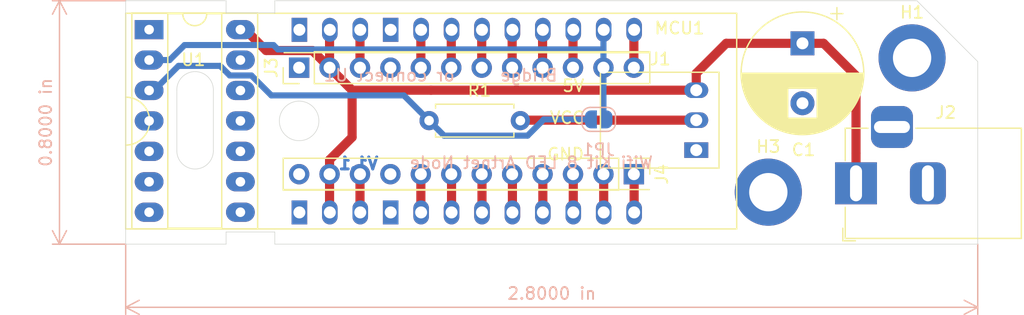
<source format=kicad_pcb>
(kicad_pcb (version 20171130) (host pcbnew "(5.1.4)-1")

  (general
    (thickness 1.6)
    (drawings 23)
    (tracks 88)
    (zones 0)
    (modules 11)
    (nets 26)
  )

  (page A4)
  (layers
    (0 F.Cu signal)
    (31 B.Cu signal)
    (32 B.Adhes user hide)
    (33 F.Adhes user hide)
    (34 B.Paste user hide)
    (35 F.Paste user hide)
    (36 B.SilkS user)
    (37 F.SilkS user)
    (38 B.Mask user)
    (39 F.Mask user)
    (40 Dwgs.User user hide)
    (41 Cmts.User user hide)
    (42 Eco1.User user hide)
    (43 Eco2.User user hide)
    (44 Edge.Cuts user)
    (45 Margin user hide)
    (46 B.CrtYd user)
    (47 F.CrtYd user)
    (48 B.Fab user hide)
    (49 F.Fab user hide)
  )

  (setup
    (last_trace_width 0.762)
    (user_trace_width 0.254)
    (user_trace_width 0.508)
    (user_trace_width 0.762)
    (trace_clearance 0.2)
    (zone_clearance 0.508)
    (zone_45_only no)
    (trace_min 0.2)
    (via_size 0.8)
    (via_drill 0.4)
    (via_min_size 0.4)
    (via_min_drill 0.3)
    (uvia_size 0.3)
    (uvia_drill 0.1)
    (uvias_allowed no)
    (uvia_min_size 0.2)
    (uvia_min_drill 0.1)
    (edge_width 0.05)
    (segment_width 0.2)
    (pcb_text_width 0.3)
    (pcb_text_size 1.5 1.5)
    (mod_edge_width 0.12)
    (mod_text_size 1 1)
    (mod_text_width 0.15)
    (pad_size 1 0.5)
    (pad_drill 0)
    (pad_to_mask_clearance 0.051)
    (solder_mask_min_width 0.25)
    (aux_axis_origin 0 0)
    (visible_elements 7FFFFFFF)
    (pcbplotparams
      (layerselection 0x010fc_ffffffff)
      (usegerberextensions false)
      (usegerberattributes false)
      (usegerberadvancedattributes false)
      (creategerberjobfile false)
      (excludeedgelayer true)
      (linewidth 0.100000)
      (plotframeref false)
      (viasonmask false)
      (mode 1)
      (useauxorigin false)
      (hpglpennumber 1)
      (hpglpenspeed 20)
      (hpglpendiameter 15.000000)
      (psnegative false)
      (psa4output false)
      (plotreference true)
      (plotvalue true)
      (plotinvisibletext false)
      (padsonsilk false)
      (subtractmaskfromsilk false)
      (outputformat 4)
      (mirror false)
      (drillshape 0)
      (scaleselection 1)
      (outputdirectory "../"))
  )

  (net 0 "")
  (net 1 "Net-(J1-Pad2)")
  (net 2 "Net-(JP1-Pad1)")
  (net 3 /2)
  (net 4 /1)
  (net 5 GND)
  (net 6 /9)
  (net 7 /14)
  (net 8 /5)
  (net 9 /25)
  (net 10 /26)
  (net 11 /24)
  (net 12 /18)
  (net 13 /17)
  (net 14 /19)
  (net 15 /20)
  (net 16 /7)
  (net 17 /3)
  (net 18 /16)
  (net 19 /15)
  (net 20 /13)
  (net 21 /12)
  (net 22 /10)
  (net 23 /6)
  (net 24 /8)
  (net 25 /11)

  (net_class Default "This is the default net class."
    (clearance 0.2)
    (trace_width 0.25)
    (via_dia 0.8)
    (via_drill 0.4)
    (uvia_dia 0.3)
    (uvia_drill 0.1)
    (add_net /1)
    (add_net /10)
    (add_net /11)
    (add_net /12)
    (add_net /13)
    (add_net /14)
    (add_net /15)
    (add_net /16)
    (add_net /17)
    (add_net /18)
    (add_net /19)
    (add_net /2)
    (add_net /20)
    (add_net /24)
    (add_net /25)
    (add_net /26)
    (add_net /3)
    (add_net /5)
    (add_net /6)
    (add_net /7)
    (add_net /8)
    (add_net /9)
    (add_net GND)
    (add_net "Net-(J1-Pad2)")
    (add_net "Net-(JP1-Pad1)")
  )

  (module Connector_PinHeader_2.54mm:PinHeader_1x12_P2.54mm_Vertical (layer F.Cu) (tedit 59FED5CC) (tstamp 5DD56D2C)
    (at 202.438 74.168 270)
    (descr "Through hole straight pin header, 1x12, 2.54mm pitch, single row")
    (tags "Through hole pin header THT 1x12 2.54mm single row")
    (path /5DD57026)
    (fp_text reference J4 (at 0 -2.33 90) (layer F.SilkS)
      (effects (font (size 1 1) (thickness 0.15)))
    )
    (fp_text value Conn_01x12 (at 0 30.27 90) (layer F.Fab)
      (effects (font (size 1 1) (thickness 0.15)))
    )
    (fp_text user %R (at 0 13.97) (layer F.Fab)
      (effects (font (size 1 1) (thickness 0.15)))
    )
    (fp_line (start 1.8 -1.8) (end -1.8 -1.8) (layer F.CrtYd) (width 0.05))
    (fp_line (start 1.8 29.75) (end 1.8 -1.8) (layer F.CrtYd) (width 0.05))
    (fp_line (start -1.8 29.75) (end 1.8 29.75) (layer F.CrtYd) (width 0.05))
    (fp_line (start -1.8 -1.8) (end -1.8 29.75) (layer F.CrtYd) (width 0.05))
    (fp_line (start -1.33 -1.33) (end 0 -1.33) (layer F.SilkS) (width 0.12))
    (fp_line (start -1.33 0) (end -1.33 -1.33) (layer F.SilkS) (width 0.12))
    (fp_line (start -1.33 1.27) (end 1.33 1.27) (layer F.SilkS) (width 0.12))
    (fp_line (start 1.33 1.27) (end 1.33 29.27) (layer F.SilkS) (width 0.12))
    (fp_line (start -1.33 1.27) (end -1.33 29.27) (layer F.SilkS) (width 0.12))
    (fp_line (start -1.33 29.27) (end 1.33 29.27) (layer F.SilkS) (width 0.12))
    (fp_line (start -1.27 -0.635) (end -0.635 -1.27) (layer F.Fab) (width 0.1))
    (fp_line (start -1.27 29.21) (end -1.27 -0.635) (layer F.Fab) (width 0.1))
    (fp_line (start 1.27 29.21) (end -1.27 29.21) (layer F.Fab) (width 0.1))
    (fp_line (start 1.27 -1.27) (end 1.27 29.21) (layer F.Fab) (width 0.1))
    (fp_line (start -0.635 -1.27) (end 1.27 -1.27) (layer F.Fab) (width 0.1))
    (pad 12 thru_hole oval (at 0 27.94 270) (size 1.7 1.7) (drill 1) (layers *.Cu *.Mask)
      (net 4 /1))
    (pad 11 thru_hole oval (at 0 25.4 270) (size 1.7 1.7) (drill 1) (layers *.Cu *.Mask)
      (net 3 /2))
    (pad 10 thru_hole oval (at 0 22.86 270) (size 1.7 1.7) (drill 1) (layers *.Cu *.Mask)
      (net 17 /3))
    (pad 9 thru_hole oval (at 0 20.32 270) (size 1.7 1.7) (drill 1) (layers *.Cu *.Mask)
      (net 5 GND))
    (pad 8 thru_hole oval (at 0 17.78 270) (size 1.7 1.7) (drill 1) (layers *.Cu *.Mask)
      (net 18 /16))
    (pad 7 thru_hole oval (at 0 15.24 270) (size 1.7 1.7) (drill 1) (layers *.Cu *.Mask)
      (net 19 /15))
    (pad 6 thru_hole oval (at 0 12.7 270) (size 1.7 1.7) (drill 1) (layers *.Cu *.Mask)
      (net 20 /13))
    (pad 5 thru_hole oval (at 0 10.16 270) (size 1.7 1.7) (drill 1) (layers *.Cu *.Mask)
      (net 21 /12))
    (pad 4 thru_hole oval (at 0 7.62 270) (size 1.7 1.7) (drill 1) (layers *.Cu *.Mask)
      (net 22 /10))
    (pad 3 thru_hole oval (at 0 5.08 270) (size 1.7 1.7) (drill 1) (layers *.Cu *.Mask)
      (net 23 /6))
    (pad 2 thru_hole oval (at 0 2.54 270) (size 1.7 1.7) (drill 1) (layers *.Cu *.Mask)
      (net 24 /8))
    (pad 1 thru_hole rect (at 0 0 270) (size 1.7 1.7) (drill 1) (layers *.Cu *.Mask)
      (net 25 /11))
    (model ${KISYS3DMOD}/Connector_PinHeader_2.54mm.3dshapes/PinHeader_1x12_P2.54mm_Vertical.wrl
      (at (xyz 0 0 0))
      (scale (xyz 1 1 1))
      (rotate (xyz 0 0 0))
    )
  )

  (module Connector_PinHeader_2.54mm:PinHeader_1x12_P2.54mm_Vertical (layer F.Cu) (tedit 59FED5CC) (tstamp 5DD56D0C)
    (at 174.498 65.278 90)
    (descr "Through hole straight pin header, 1x12, 2.54mm pitch, single row")
    (tags "Through hole pin header THT 1x12 2.54mm single row")
    (path /5DD5AB62)
    (fp_text reference J3 (at 0 -2.33 90) (layer F.SilkS)
      (effects (font (size 1 1) (thickness 0.15)))
    )
    (fp_text value Conn_01x12 (at 0 30.27 90) (layer F.Fab)
      (effects (font (size 1 1) (thickness 0.15)))
    )
    (fp_text user %R (at 0 13.97) (layer F.Fab)
      (effects (font (size 1 1) (thickness 0.15)))
    )
    (fp_line (start 1.8 -1.8) (end -1.8 -1.8) (layer F.CrtYd) (width 0.05))
    (fp_line (start 1.8 29.75) (end 1.8 -1.8) (layer F.CrtYd) (width 0.05))
    (fp_line (start -1.8 29.75) (end 1.8 29.75) (layer F.CrtYd) (width 0.05))
    (fp_line (start -1.8 -1.8) (end -1.8 29.75) (layer F.CrtYd) (width 0.05))
    (fp_line (start -1.33 -1.33) (end 0 -1.33) (layer F.SilkS) (width 0.12))
    (fp_line (start -1.33 0) (end -1.33 -1.33) (layer F.SilkS) (width 0.12))
    (fp_line (start -1.33 1.27) (end 1.33 1.27) (layer F.SilkS) (width 0.12))
    (fp_line (start 1.33 1.27) (end 1.33 29.27) (layer F.SilkS) (width 0.12))
    (fp_line (start -1.33 1.27) (end -1.33 29.27) (layer F.SilkS) (width 0.12))
    (fp_line (start -1.33 29.27) (end 1.33 29.27) (layer F.SilkS) (width 0.12))
    (fp_line (start -1.27 -0.635) (end -0.635 -1.27) (layer F.Fab) (width 0.1))
    (fp_line (start -1.27 29.21) (end -1.27 -0.635) (layer F.Fab) (width 0.1))
    (fp_line (start 1.27 29.21) (end -1.27 29.21) (layer F.Fab) (width 0.1))
    (fp_line (start 1.27 -1.27) (end 1.27 29.21) (layer F.Fab) (width 0.1))
    (fp_line (start -0.635 -1.27) (end 1.27 -1.27) (layer F.Fab) (width 0.1))
    (pad 12 thru_hole oval (at 0 27.94 90) (size 1.7 1.7) (drill 1) (layers *.Cu *.Mask)
      (net 6 /9))
    (pad 11 thru_hole oval (at 0 25.4 90) (size 1.7 1.7) (drill 1) (layers *.Cu *.Mask)
      (net 7 /14))
    (pad 10 thru_hole oval (at 0 22.86 90) (size 1.7 1.7) (drill 1) (layers *.Cu *.Mask)
      (net 8 /5))
    (pad 9 thru_hole oval (at 0 20.32 90) (size 1.7 1.7) (drill 1) (layers *.Cu *.Mask)
      (net 9 /25))
    (pad 8 thru_hole oval (at 0 17.78 90) (size 1.7 1.7) (drill 1) (layers *.Cu *.Mask)
      (net 10 /26))
    (pad 7 thru_hole oval (at 0 15.24 90) (size 1.7 1.7) (drill 1) (layers *.Cu *.Mask)
      (net 11 /24))
    (pad 6 thru_hole oval (at 0 12.7 90) (size 1.7 1.7) (drill 1) (layers *.Cu *.Mask)
      (net 12 /18))
    (pad 5 thru_hole oval (at 0 10.16 90) (size 1.7 1.7) (drill 1) (layers *.Cu *.Mask)
      (net 13 /17))
    (pad 4 thru_hole oval (at 0 7.62 90) (size 1.7 1.7) (drill 1) (layers *.Cu *.Mask)
      (net 14 /19))
    (pad 3 thru_hole oval (at 0 5.08 90) (size 1.7 1.7) (drill 1) (layers *.Cu *.Mask)
      (net 15 /20))
    (pad 2 thru_hole oval (at 0 2.54 90) (size 1.7 1.7) (drill 1) (layers *.Cu *.Mask)
      (net 3 /2))
    (pad 1 thru_hole rect (at 0 0 90) (size 1.7 1.7) (drill 1) (layers *.Cu *.Mask)
      (net 16 /7))
    (model ${KISYS3DMOD}/Connector_PinHeader_2.54mm.3dshapes/PinHeader_1x12_P2.54mm_Vertical.wrl
      (at (xyz 0 0 0))
      (scale (xyz 1 1 1))
      (rotate (xyz 0 0 0))
    )
  )

  (module MountingHole:MountingHole_3.2mm_M3_DIN965_Pad (layer F.Cu) (tedit 56D1B4CB) (tstamp 5DD56C86)
    (at 213.66 75.67)
    (descr "Mounting Hole 3.2mm, M3, DIN965")
    (tags "mounting hole 3.2mm m3 din965")
    (path /5DD6A9C8)
    (attr virtual)
    (fp_text reference H3 (at 0 -3.8) (layer F.SilkS)
      (effects (font (size 1 1) (thickness 0.15)))
    )
    (fp_text value MountingHole_Pad (at 0 3.8) (layer F.Fab)
      (effects (font (size 1 1) (thickness 0.15)))
    )
    (fp_circle (center 0 0) (end 3.05 0) (layer F.CrtYd) (width 0.05))
    (fp_circle (center 0 0) (end 2.8 0) (layer Cmts.User) (width 0.15))
    (fp_text user %R (at 0.3 0) (layer F.Fab)
      (effects (font (size 1 1) (thickness 0.15)))
    )
    (pad 1 thru_hole circle (at 0 0) (size 5.6 5.6) (drill 3.2) (layers *.Cu *.Mask)
      (net 5 GND))
  )

  (module MountingHole:MountingHole_3.2mm_M3_DIN965_Pad (layer F.Cu) (tedit 56D1B4CB) (tstamp 5DD56C76)
    (at 225.66 64.46)
    (descr "Mounting Hole 3.2mm, M3, DIN965")
    (tags "mounting hole 3.2mm m3 din965")
    (path /5DD67206)
    (attr virtual)
    (fp_text reference H1 (at 0 -3.8) (layer F.SilkS)
      (effects (font (size 1 1) (thickness 0.15)))
    )
    (fp_text value MountingHole_Pad (at 0 3.8) (layer F.Fab)
      (effects (font (size 1 1) (thickness 0.15)))
    )
    (fp_circle (center 0 0) (end 3.05 0) (layer F.CrtYd) (width 0.05))
    (fp_circle (center 0 0) (end 2.8 0) (layer Cmts.User) (width 0.15))
    (fp_text user %R (at 0.3 0) (layer F.Fab)
      (effects (font (size 1 1) (thickness 0.15)))
    )
    (pad 1 thru_hole circle (at 0 0) (size 5.6 5.6) (drill 3.2) (layers *.Cu *.Mask)
      (net 5 GND))
  )

  (module Connector_BarrelJack:BarrelJack_Horizontal (layer F.Cu) (tedit 5A1DBF6A) (tstamp 5DC62504)
    (at 220.98 74.93 180)
    (descr "DC Barrel Jack")
    (tags "Power Jack")
    (path /5DC740E6)
    (fp_text reference J2 (at -7.493 5.9055) (layer F.SilkS)
      (effects (font (size 1 1) (thickness 0.15)))
    )
    (fp_text value Barrel_Jack_Switch (at -6.2 -5.5) (layer F.Fab)
      (effects (font (size 1 1) (thickness 0.15)))
    )
    (fp_text user %R (at -3 -2.95) (layer F.Fab)
      (effects (font (size 1 1) (thickness 0.15)))
    )
    (fp_line (start -0.003213 -4.505425) (end 0.8 -3.75) (layer F.Fab) (width 0.1))
    (fp_line (start 1.1 -3.75) (end 1.1 -4.8) (layer F.SilkS) (width 0.12))
    (fp_line (start 0.05 -4.8) (end 1.1 -4.8) (layer F.SilkS) (width 0.12))
    (fp_line (start 1 -4.5) (end 1 -4.75) (layer F.CrtYd) (width 0.05))
    (fp_line (start 1 -4.75) (end -14 -4.75) (layer F.CrtYd) (width 0.05))
    (fp_line (start 1 -4.5) (end 1 -2) (layer F.CrtYd) (width 0.05))
    (fp_line (start 1 -2) (end 2 -2) (layer F.CrtYd) (width 0.05))
    (fp_line (start 2 -2) (end 2 2) (layer F.CrtYd) (width 0.05))
    (fp_line (start 2 2) (end 1 2) (layer F.CrtYd) (width 0.05))
    (fp_line (start 1 2) (end 1 4.75) (layer F.CrtYd) (width 0.05))
    (fp_line (start 1 4.75) (end -1 4.75) (layer F.CrtYd) (width 0.05))
    (fp_line (start -1 4.75) (end -1 6.75) (layer F.CrtYd) (width 0.05))
    (fp_line (start -1 6.75) (end -5 6.75) (layer F.CrtYd) (width 0.05))
    (fp_line (start -5 6.75) (end -5 4.75) (layer F.CrtYd) (width 0.05))
    (fp_line (start -5 4.75) (end -14 4.75) (layer F.CrtYd) (width 0.05))
    (fp_line (start -14 4.75) (end -14 -4.75) (layer F.CrtYd) (width 0.05))
    (fp_line (start -5 4.6) (end -13.8 4.6) (layer F.SilkS) (width 0.12))
    (fp_line (start -13.8 4.6) (end -13.8 -4.6) (layer F.SilkS) (width 0.12))
    (fp_line (start 0.9 1.9) (end 0.9 4.6) (layer F.SilkS) (width 0.12))
    (fp_line (start 0.9 4.6) (end -1 4.6) (layer F.SilkS) (width 0.12))
    (fp_line (start -13.8 -4.6) (end 0.9 -4.6) (layer F.SilkS) (width 0.12))
    (fp_line (start 0.9 -4.6) (end 0.9 -2) (layer F.SilkS) (width 0.12))
    (fp_line (start -10.2 -4.5) (end -10.2 4.5) (layer F.Fab) (width 0.1))
    (fp_line (start -13.7 -4.5) (end -13.7 4.5) (layer F.Fab) (width 0.1))
    (fp_line (start -13.7 4.5) (end 0.8 4.5) (layer F.Fab) (width 0.1))
    (fp_line (start 0.8 4.5) (end 0.8 -3.75) (layer F.Fab) (width 0.1))
    (fp_line (start 0 -4.5) (end -13.7 -4.5) (layer F.Fab) (width 0.1))
    (pad 1 thru_hole rect (at 0 0 180) (size 3.5 3.5) (drill oval 1 3) (layers *.Cu *.Mask)
      (net 3 /2))
    (pad 2 thru_hole roundrect (at -6 0 180) (size 3 3.5) (drill oval 1 3) (layers *.Cu *.Mask) (roundrect_rratio 0.25)
      (net 4 /1))
    (pad 3 thru_hole roundrect (at -3 4.7 180) (size 3.5 3.5) (drill oval 3 1) (layers *.Cu *.Mask) (roundrect_rratio 0.25)
      (net 4 /1))
    (model ${KISYS3DMOD}/Connector_BarrelJack.3dshapes/BarrelJack_Horizontal.wrl
      (at (xyz 0 0 0))
      (scale (xyz 1 1 1))
      (rotate (xyz 0 0 0))
    )
  )

  (module ArtNetNode:Heltec_Wifi_Kit_8 (layer F.Cu) (tedit 5DC577AA) (tstamp 5DD58FED)
    (at 160.02 78.74)
    (path /5DC4EA0E)
    (fp_text reference MCU1 (at 46.228 -16.764) (layer F.SilkS)
      (effects (font (size 1 1) (thickness 0.15)))
    )
    (fp_text value WiFi_Kit_8 (at 29.21 -19.05) (layer F.Fab)
      (effects (font (size 1 1) (thickness 0.15)))
    )
    (fp_line (start 43.71 -14.715) (end 13.23 -14.715) (layer F.SilkS) (width 0.12))
    (fp_line (start 13.23 -3.285) (end 43.71 -3.285) (layer F.SilkS) (width 0.12))
    (fp_line (start 0 0) (end 51 0) (layer F.SilkS) (width 0.12))
    (fp_line (start 0 0) (end 0 -18) (layer F.SilkS) (width 0.12))
    (fp_line (start 0 -18) (end 51 -18) (layer F.SilkS) (width 0.12))
    (fp_line (start 51 0) (end 51 -18) (layer F.SilkS) (width 0.12))
    (fp_arc (start 0 -9) (end 0 -7) (angle -180) (layer F.SilkS) (width 0.12))
    (pad 26 thru_hole oval (at 32.28 -16.62) (size 1.3 2) (drill 1) (layers *.Cu *.Mask)
      (net 10 /26))
    (pad 25 thru_hole oval (at 34.82 -16.62) (size 1.3 2) (drill 1) (layers *.Cu *.Mask)
      (net 9 /25))
    (pad 24 thru_hole oval (at 29.74 -16.62) (size 1.3 2) (drill 1) (layers *.Cu *.Mask)
      (net 11 /24))
    (pad 21 thru_hole oval (at 17.04 -16.62) (size 1.3 2) (drill 1) (layers *.Cu *.Mask)
      (net 3 /2))
    (pad 20 thru_hole oval (at 19.58 -16.62) (size 1.3 2) (drill 1) (layers *.Cu *.Mask)
      (net 15 /20))
    (pad 19 thru_hole rect (at 22.12 -16.62) (size 1.3 2) (drill 1) (layers *.Cu *.Mask)
      (net 14 /19))
    (pad 18 thru_hole oval (at 27.2 -16.62) (size 1.3 2) (drill 1) (layers *.Cu *.Mask)
      (net 12 /18))
    (pad 17 thru_hole oval (at 24.66 -16.62) (size 1.3 2) (drill 1) (layers *.Cu *.Mask)
      (net 13 /17))
    (pad 16 thru_hole oval (at 24.66 -1.38) (size 1.3 2) (drill 1) (layers *.Cu *.Mask)
      (net 18 /16))
    (pad 15 thru_hole oval (at 27.2 -1.38) (size 1.3 2) (drill 1) (layers *.Cu *.Mask)
      (net 19 /15))
    (pad 14 thru_hole oval (at 39.9 -16.62) (size 1.3 2) (drill 1) (layers *.Cu *.Mask)
      (net 7 /14))
    (pad 13 thru_hole oval (at 29.74 -1.38) (size 1.3 2) (drill 1) (layers *.Cu *.Mask)
      (net 20 /13))
    (pad 12 thru_hole oval (at 32.28 -1.38) (size 1.3 2) (drill 1) (layers *.Cu *.Mask)
      (net 21 /12))
    (pad 11 thru_hole oval (at 42.44 -1.38) (size 1.3 2) (drill 1) (layers *.Cu *.Mask)
      (net 25 /11))
    (pad 10 thru_hole oval (at 34.82 -1.38) (size 1.3 2) (drill 1) (layers *.Cu *.Mask)
      (net 22 /10))
    (pad 9 thru_hole oval (at 42.44 -16.62) (size 1.3 2) (drill 1) (layers *.Cu *.Mask)
      (net 6 /9))
    (pad 8 thru_hole oval (at 39.9 -1.38) (size 1.3 2) (drill 1) (layers *.Cu *.Mask)
      (net 24 /8))
    (pad 7 thru_hole rect (at 14.5 -16.62) (size 1.3 2) (drill 1) (layers *.Cu *.Mask)
      (net 16 /7))
    (pad 6 thru_hole oval (at 37.36 -1.38) (size 1.3 2) (drill 1) (layers *.Cu *.Mask)
      (net 23 /6))
    (pad 5 thru_hole oval (at 37.36 -16.62) (size 1.3 2) (drill 1) (layers *.Cu *.Mask)
      (net 8 /5))
    (pad 4 thru_hole rect (at 22.12 -1.38) (size 1.3 2) (drill 1) (layers *.Cu *.Mask)
      (net 5 GND))
    (pad 3 thru_hole oval (at 19.58 -1.38) (size 1.3 2) (drill 1) (layers *.Cu *.Mask)
      (net 17 /3))
    (pad 2 thru_hole oval (at 17.04 -1.38) (size 1.3 2) (drill 1) (layers *.Cu *.Mask)
      (net 3 /2))
    (pad 1 thru_hole rect (at 14.5 -1.38) (size 1.3 2) (drill 1) (layers *.Cu *.Mask)
      (net 4 /1))
  )

  (module Capacitor_THT:CP_Radial_D10.0mm_P5.00mm (layer F.Cu) (tedit 5AE50EF1) (tstamp 5DC5E4CD)
    (at 216.5096 63.246 270)
    (descr "CP, Radial series, Radial, pin pitch=5.00mm, , diameter=10mm, Electrolytic Capacitor")
    (tags "CP Radial series Radial pin pitch 5.00mm  diameter 10mm Electrolytic Capacitor")
    (path /5DC690AB)
    (fp_text reference C1 (at 8.89 -0.0889 180) (layer F.SilkS)
      (effects (font (size 1 1) (thickness 0.15)))
    )
    (fp_text value CP (at 2.5 6.25 90) (layer F.Fab)
      (effects (font (size 1 1) (thickness 0.15)))
    )
    (fp_circle (center 2.5 0) (end 7.5 0) (layer F.Fab) (width 0.1))
    (fp_circle (center 2.5 0) (end 7.62 0) (layer F.SilkS) (width 0.12))
    (fp_circle (center 2.5 0) (end 7.75 0) (layer F.CrtYd) (width 0.05))
    (fp_line (start -1.788861 -2.1875) (end -0.788861 -2.1875) (layer F.Fab) (width 0.1))
    (fp_line (start -1.288861 -2.6875) (end -1.288861 -1.6875) (layer F.Fab) (width 0.1))
    (fp_line (start 2.5 -5.08) (end 2.5 5.08) (layer F.SilkS) (width 0.12))
    (fp_line (start 2.54 -5.08) (end 2.54 5.08) (layer F.SilkS) (width 0.12))
    (fp_line (start 2.58 -5.08) (end 2.58 5.08) (layer F.SilkS) (width 0.12))
    (fp_line (start 2.62 -5.079) (end 2.62 5.079) (layer F.SilkS) (width 0.12))
    (fp_line (start 2.66 -5.078) (end 2.66 5.078) (layer F.SilkS) (width 0.12))
    (fp_line (start 2.7 -5.077) (end 2.7 5.077) (layer F.SilkS) (width 0.12))
    (fp_line (start 2.74 -5.075) (end 2.74 5.075) (layer F.SilkS) (width 0.12))
    (fp_line (start 2.78 -5.073) (end 2.78 5.073) (layer F.SilkS) (width 0.12))
    (fp_line (start 2.82 -5.07) (end 2.82 5.07) (layer F.SilkS) (width 0.12))
    (fp_line (start 2.86 -5.068) (end 2.86 5.068) (layer F.SilkS) (width 0.12))
    (fp_line (start 2.9 -5.065) (end 2.9 5.065) (layer F.SilkS) (width 0.12))
    (fp_line (start 2.94 -5.062) (end 2.94 5.062) (layer F.SilkS) (width 0.12))
    (fp_line (start 2.98 -5.058) (end 2.98 5.058) (layer F.SilkS) (width 0.12))
    (fp_line (start 3.02 -5.054) (end 3.02 5.054) (layer F.SilkS) (width 0.12))
    (fp_line (start 3.06 -5.05) (end 3.06 5.05) (layer F.SilkS) (width 0.12))
    (fp_line (start 3.1 -5.045) (end 3.1 5.045) (layer F.SilkS) (width 0.12))
    (fp_line (start 3.14 -5.04) (end 3.14 5.04) (layer F.SilkS) (width 0.12))
    (fp_line (start 3.18 -5.035) (end 3.18 5.035) (layer F.SilkS) (width 0.12))
    (fp_line (start 3.221 -5.03) (end 3.221 5.03) (layer F.SilkS) (width 0.12))
    (fp_line (start 3.261 -5.024) (end 3.261 5.024) (layer F.SilkS) (width 0.12))
    (fp_line (start 3.301 -5.018) (end 3.301 5.018) (layer F.SilkS) (width 0.12))
    (fp_line (start 3.341 -5.011) (end 3.341 5.011) (layer F.SilkS) (width 0.12))
    (fp_line (start 3.381 -5.004) (end 3.381 5.004) (layer F.SilkS) (width 0.12))
    (fp_line (start 3.421 -4.997) (end 3.421 4.997) (layer F.SilkS) (width 0.12))
    (fp_line (start 3.461 -4.99) (end 3.461 4.99) (layer F.SilkS) (width 0.12))
    (fp_line (start 3.501 -4.982) (end 3.501 4.982) (layer F.SilkS) (width 0.12))
    (fp_line (start 3.541 -4.974) (end 3.541 4.974) (layer F.SilkS) (width 0.12))
    (fp_line (start 3.581 -4.965) (end 3.581 4.965) (layer F.SilkS) (width 0.12))
    (fp_line (start 3.621 -4.956) (end 3.621 4.956) (layer F.SilkS) (width 0.12))
    (fp_line (start 3.661 -4.947) (end 3.661 4.947) (layer F.SilkS) (width 0.12))
    (fp_line (start 3.701 -4.938) (end 3.701 4.938) (layer F.SilkS) (width 0.12))
    (fp_line (start 3.741 -4.928) (end 3.741 4.928) (layer F.SilkS) (width 0.12))
    (fp_line (start 3.781 -4.918) (end 3.781 -1.241) (layer F.SilkS) (width 0.12))
    (fp_line (start 3.781 1.241) (end 3.781 4.918) (layer F.SilkS) (width 0.12))
    (fp_line (start 3.821 -4.907) (end 3.821 -1.241) (layer F.SilkS) (width 0.12))
    (fp_line (start 3.821 1.241) (end 3.821 4.907) (layer F.SilkS) (width 0.12))
    (fp_line (start 3.861 -4.897) (end 3.861 -1.241) (layer F.SilkS) (width 0.12))
    (fp_line (start 3.861 1.241) (end 3.861 4.897) (layer F.SilkS) (width 0.12))
    (fp_line (start 3.901 -4.885) (end 3.901 -1.241) (layer F.SilkS) (width 0.12))
    (fp_line (start 3.901 1.241) (end 3.901 4.885) (layer F.SilkS) (width 0.12))
    (fp_line (start 3.941 -4.874) (end 3.941 -1.241) (layer F.SilkS) (width 0.12))
    (fp_line (start 3.941 1.241) (end 3.941 4.874) (layer F.SilkS) (width 0.12))
    (fp_line (start 3.981 -4.862) (end 3.981 -1.241) (layer F.SilkS) (width 0.12))
    (fp_line (start 3.981 1.241) (end 3.981 4.862) (layer F.SilkS) (width 0.12))
    (fp_line (start 4.021 -4.85) (end 4.021 -1.241) (layer F.SilkS) (width 0.12))
    (fp_line (start 4.021 1.241) (end 4.021 4.85) (layer F.SilkS) (width 0.12))
    (fp_line (start 4.061 -4.837) (end 4.061 -1.241) (layer F.SilkS) (width 0.12))
    (fp_line (start 4.061 1.241) (end 4.061 4.837) (layer F.SilkS) (width 0.12))
    (fp_line (start 4.101 -4.824) (end 4.101 -1.241) (layer F.SilkS) (width 0.12))
    (fp_line (start 4.101 1.241) (end 4.101 4.824) (layer F.SilkS) (width 0.12))
    (fp_line (start 4.141 -4.811) (end 4.141 -1.241) (layer F.SilkS) (width 0.12))
    (fp_line (start 4.141 1.241) (end 4.141 4.811) (layer F.SilkS) (width 0.12))
    (fp_line (start 4.181 -4.797) (end 4.181 -1.241) (layer F.SilkS) (width 0.12))
    (fp_line (start 4.181 1.241) (end 4.181 4.797) (layer F.SilkS) (width 0.12))
    (fp_line (start 4.221 -4.783) (end 4.221 -1.241) (layer F.SilkS) (width 0.12))
    (fp_line (start 4.221 1.241) (end 4.221 4.783) (layer F.SilkS) (width 0.12))
    (fp_line (start 4.261 -4.768) (end 4.261 -1.241) (layer F.SilkS) (width 0.12))
    (fp_line (start 4.261 1.241) (end 4.261 4.768) (layer F.SilkS) (width 0.12))
    (fp_line (start 4.301 -4.754) (end 4.301 -1.241) (layer F.SilkS) (width 0.12))
    (fp_line (start 4.301 1.241) (end 4.301 4.754) (layer F.SilkS) (width 0.12))
    (fp_line (start 4.341 -4.738) (end 4.341 -1.241) (layer F.SilkS) (width 0.12))
    (fp_line (start 4.341 1.241) (end 4.341 4.738) (layer F.SilkS) (width 0.12))
    (fp_line (start 4.381 -4.723) (end 4.381 -1.241) (layer F.SilkS) (width 0.12))
    (fp_line (start 4.381 1.241) (end 4.381 4.723) (layer F.SilkS) (width 0.12))
    (fp_line (start 4.421 -4.707) (end 4.421 -1.241) (layer F.SilkS) (width 0.12))
    (fp_line (start 4.421 1.241) (end 4.421 4.707) (layer F.SilkS) (width 0.12))
    (fp_line (start 4.461 -4.69) (end 4.461 -1.241) (layer F.SilkS) (width 0.12))
    (fp_line (start 4.461 1.241) (end 4.461 4.69) (layer F.SilkS) (width 0.12))
    (fp_line (start 4.501 -4.674) (end 4.501 -1.241) (layer F.SilkS) (width 0.12))
    (fp_line (start 4.501 1.241) (end 4.501 4.674) (layer F.SilkS) (width 0.12))
    (fp_line (start 4.541 -4.657) (end 4.541 -1.241) (layer F.SilkS) (width 0.12))
    (fp_line (start 4.541 1.241) (end 4.541 4.657) (layer F.SilkS) (width 0.12))
    (fp_line (start 4.581 -4.639) (end 4.581 -1.241) (layer F.SilkS) (width 0.12))
    (fp_line (start 4.581 1.241) (end 4.581 4.639) (layer F.SilkS) (width 0.12))
    (fp_line (start 4.621 -4.621) (end 4.621 -1.241) (layer F.SilkS) (width 0.12))
    (fp_line (start 4.621 1.241) (end 4.621 4.621) (layer F.SilkS) (width 0.12))
    (fp_line (start 4.661 -4.603) (end 4.661 -1.241) (layer F.SilkS) (width 0.12))
    (fp_line (start 4.661 1.241) (end 4.661 4.603) (layer F.SilkS) (width 0.12))
    (fp_line (start 4.701 -4.584) (end 4.701 -1.241) (layer F.SilkS) (width 0.12))
    (fp_line (start 4.701 1.241) (end 4.701 4.584) (layer F.SilkS) (width 0.12))
    (fp_line (start 4.741 -4.564) (end 4.741 -1.241) (layer F.SilkS) (width 0.12))
    (fp_line (start 4.741 1.241) (end 4.741 4.564) (layer F.SilkS) (width 0.12))
    (fp_line (start 4.781 -4.545) (end 4.781 -1.241) (layer F.SilkS) (width 0.12))
    (fp_line (start 4.781 1.241) (end 4.781 4.545) (layer F.SilkS) (width 0.12))
    (fp_line (start 4.821 -4.525) (end 4.821 -1.241) (layer F.SilkS) (width 0.12))
    (fp_line (start 4.821 1.241) (end 4.821 4.525) (layer F.SilkS) (width 0.12))
    (fp_line (start 4.861 -4.504) (end 4.861 -1.241) (layer F.SilkS) (width 0.12))
    (fp_line (start 4.861 1.241) (end 4.861 4.504) (layer F.SilkS) (width 0.12))
    (fp_line (start 4.901 -4.483) (end 4.901 -1.241) (layer F.SilkS) (width 0.12))
    (fp_line (start 4.901 1.241) (end 4.901 4.483) (layer F.SilkS) (width 0.12))
    (fp_line (start 4.941 -4.462) (end 4.941 -1.241) (layer F.SilkS) (width 0.12))
    (fp_line (start 4.941 1.241) (end 4.941 4.462) (layer F.SilkS) (width 0.12))
    (fp_line (start 4.981 -4.44) (end 4.981 -1.241) (layer F.SilkS) (width 0.12))
    (fp_line (start 4.981 1.241) (end 4.981 4.44) (layer F.SilkS) (width 0.12))
    (fp_line (start 5.021 -4.417) (end 5.021 -1.241) (layer F.SilkS) (width 0.12))
    (fp_line (start 5.021 1.241) (end 5.021 4.417) (layer F.SilkS) (width 0.12))
    (fp_line (start 5.061 -4.395) (end 5.061 -1.241) (layer F.SilkS) (width 0.12))
    (fp_line (start 5.061 1.241) (end 5.061 4.395) (layer F.SilkS) (width 0.12))
    (fp_line (start 5.101 -4.371) (end 5.101 -1.241) (layer F.SilkS) (width 0.12))
    (fp_line (start 5.101 1.241) (end 5.101 4.371) (layer F.SilkS) (width 0.12))
    (fp_line (start 5.141 -4.347) (end 5.141 -1.241) (layer F.SilkS) (width 0.12))
    (fp_line (start 5.141 1.241) (end 5.141 4.347) (layer F.SilkS) (width 0.12))
    (fp_line (start 5.181 -4.323) (end 5.181 -1.241) (layer F.SilkS) (width 0.12))
    (fp_line (start 5.181 1.241) (end 5.181 4.323) (layer F.SilkS) (width 0.12))
    (fp_line (start 5.221 -4.298) (end 5.221 -1.241) (layer F.SilkS) (width 0.12))
    (fp_line (start 5.221 1.241) (end 5.221 4.298) (layer F.SilkS) (width 0.12))
    (fp_line (start 5.261 -4.273) (end 5.261 -1.241) (layer F.SilkS) (width 0.12))
    (fp_line (start 5.261 1.241) (end 5.261 4.273) (layer F.SilkS) (width 0.12))
    (fp_line (start 5.301 -4.247) (end 5.301 -1.241) (layer F.SilkS) (width 0.12))
    (fp_line (start 5.301 1.241) (end 5.301 4.247) (layer F.SilkS) (width 0.12))
    (fp_line (start 5.341 -4.221) (end 5.341 -1.241) (layer F.SilkS) (width 0.12))
    (fp_line (start 5.341 1.241) (end 5.341 4.221) (layer F.SilkS) (width 0.12))
    (fp_line (start 5.381 -4.194) (end 5.381 -1.241) (layer F.SilkS) (width 0.12))
    (fp_line (start 5.381 1.241) (end 5.381 4.194) (layer F.SilkS) (width 0.12))
    (fp_line (start 5.421 -4.166) (end 5.421 -1.241) (layer F.SilkS) (width 0.12))
    (fp_line (start 5.421 1.241) (end 5.421 4.166) (layer F.SilkS) (width 0.12))
    (fp_line (start 5.461 -4.138) (end 5.461 -1.241) (layer F.SilkS) (width 0.12))
    (fp_line (start 5.461 1.241) (end 5.461 4.138) (layer F.SilkS) (width 0.12))
    (fp_line (start 5.501 -4.11) (end 5.501 -1.241) (layer F.SilkS) (width 0.12))
    (fp_line (start 5.501 1.241) (end 5.501 4.11) (layer F.SilkS) (width 0.12))
    (fp_line (start 5.541 -4.08) (end 5.541 -1.241) (layer F.SilkS) (width 0.12))
    (fp_line (start 5.541 1.241) (end 5.541 4.08) (layer F.SilkS) (width 0.12))
    (fp_line (start 5.581 -4.05) (end 5.581 -1.241) (layer F.SilkS) (width 0.12))
    (fp_line (start 5.581 1.241) (end 5.581 4.05) (layer F.SilkS) (width 0.12))
    (fp_line (start 5.621 -4.02) (end 5.621 -1.241) (layer F.SilkS) (width 0.12))
    (fp_line (start 5.621 1.241) (end 5.621 4.02) (layer F.SilkS) (width 0.12))
    (fp_line (start 5.661 -3.989) (end 5.661 -1.241) (layer F.SilkS) (width 0.12))
    (fp_line (start 5.661 1.241) (end 5.661 3.989) (layer F.SilkS) (width 0.12))
    (fp_line (start 5.701 -3.957) (end 5.701 -1.241) (layer F.SilkS) (width 0.12))
    (fp_line (start 5.701 1.241) (end 5.701 3.957) (layer F.SilkS) (width 0.12))
    (fp_line (start 5.741 -3.925) (end 5.741 -1.241) (layer F.SilkS) (width 0.12))
    (fp_line (start 5.741 1.241) (end 5.741 3.925) (layer F.SilkS) (width 0.12))
    (fp_line (start 5.781 -3.892) (end 5.781 -1.241) (layer F.SilkS) (width 0.12))
    (fp_line (start 5.781 1.241) (end 5.781 3.892) (layer F.SilkS) (width 0.12))
    (fp_line (start 5.821 -3.858) (end 5.821 -1.241) (layer F.SilkS) (width 0.12))
    (fp_line (start 5.821 1.241) (end 5.821 3.858) (layer F.SilkS) (width 0.12))
    (fp_line (start 5.861 -3.824) (end 5.861 -1.241) (layer F.SilkS) (width 0.12))
    (fp_line (start 5.861 1.241) (end 5.861 3.824) (layer F.SilkS) (width 0.12))
    (fp_line (start 5.901 -3.789) (end 5.901 -1.241) (layer F.SilkS) (width 0.12))
    (fp_line (start 5.901 1.241) (end 5.901 3.789) (layer F.SilkS) (width 0.12))
    (fp_line (start 5.941 -3.753) (end 5.941 -1.241) (layer F.SilkS) (width 0.12))
    (fp_line (start 5.941 1.241) (end 5.941 3.753) (layer F.SilkS) (width 0.12))
    (fp_line (start 5.981 -3.716) (end 5.981 -1.241) (layer F.SilkS) (width 0.12))
    (fp_line (start 5.981 1.241) (end 5.981 3.716) (layer F.SilkS) (width 0.12))
    (fp_line (start 6.021 -3.679) (end 6.021 -1.241) (layer F.SilkS) (width 0.12))
    (fp_line (start 6.021 1.241) (end 6.021 3.679) (layer F.SilkS) (width 0.12))
    (fp_line (start 6.061 -3.64) (end 6.061 -1.241) (layer F.SilkS) (width 0.12))
    (fp_line (start 6.061 1.241) (end 6.061 3.64) (layer F.SilkS) (width 0.12))
    (fp_line (start 6.101 -3.601) (end 6.101 -1.241) (layer F.SilkS) (width 0.12))
    (fp_line (start 6.101 1.241) (end 6.101 3.601) (layer F.SilkS) (width 0.12))
    (fp_line (start 6.141 -3.561) (end 6.141 -1.241) (layer F.SilkS) (width 0.12))
    (fp_line (start 6.141 1.241) (end 6.141 3.561) (layer F.SilkS) (width 0.12))
    (fp_line (start 6.181 -3.52) (end 6.181 -1.241) (layer F.SilkS) (width 0.12))
    (fp_line (start 6.181 1.241) (end 6.181 3.52) (layer F.SilkS) (width 0.12))
    (fp_line (start 6.221 -3.478) (end 6.221 -1.241) (layer F.SilkS) (width 0.12))
    (fp_line (start 6.221 1.241) (end 6.221 3.478) (layer F.SilkS) (width 0.12))
    (fp_line (start 6.261 -3.436) (end 6.261 3.436) (layer F.SilkS) (width 0.12))
    (fp_line (start 6.301 -3.392) (end 6.301 3.392) (layer F.SilkS) (width 0.12))
    (fp_line (start 6.341 -3.347) (end 6.341 3.347) (layer F.SilkS) (width 0.12))
    (fp_line (start 6.381 -3.301) (end 6.381 3.301) (layer F.SilkS) (width 0.12))
    (fp_line (start 6.421 -3.254) (end 6.421 3.254) (layer F.SilkS) (width 0.12))
    (fp_line (start 6.461 -3.206) (end 6.461 3.206) (layer F.SilkS) (width 0.12))
    (fp_line (start 6.501 -3.156) (end 6.501 3.156) (layer F.SilkS) (width 0.12))
    (fp_line (start 6.541 -3.106) (end 6.541 3.106) (layer F.SilkS) (width 0.12))
    (fp_line (start 6.581 -3.054) (end 6.581 3.054) (layer F.SilkS) (width 0.12))
    (fp_line (start 6.621 -3) (end 6.621 3) (layer F.SilkS) (width 0.12))
    (fp_line (start 6.661 -2.945) (end 6.661 2.945) (layer F.SilkS) (width 0.12))
    (fp_line (start 6.701 -2.889) (end 6.701 2.889) (layer F.SilkS) (width 0.12))
    (fp_line (start 6.741 -2.83) (end 6.741 2.83) (layer F.SilkS) (width 0.12))
    (fp_line (start 6.781 -2.77) (end 6.781 2.77) (layer F.SilkS) (width 0.12))
    (fp_line (start 6.821 -2.709) (end 6.821 2.709) (layer F.SilkS) (width 0.12))
    (fp_line (start 6.861 -2.645) (end 6.861 2.645) (layer F.SilkS) (width 0.12))
    (fp_line (start 6.901 -2.579) (end 6.901 2.579) (layer F.SilkS) (width 0.12))
    (fp_line (start 6.941 -2.51) (end 6.941 2.51) (layer F.SilkS) (width 0.12))
    (fp_line (start 6.981 -2.439) (end 6.981 2.439) (layer F.SilkS) (width 0.12))
    (fp_line (start 7.021 -2.365) (end 7.021 2.365) (layer F.SilkS) (width 0.12))
    (fp_line (start 7.061 -2.289) (end 7.061 2.289) (layer F.SilkS) (width 0.12))
    (fp_line (start 7.101 -2.209) (end 7.101 2.209) (layer F.SilkS) (width 0.12))
    (fp_line (start 7.141 -2.125) (end 7.141 2.125) (layer F.SilkS) (width 0.12))
    (fp_line (start 7.181 -2.037) (end 7.181 2.037) (layer F.SilkS) (width 0.12))
    (fp_line (start 7.221 -1.944) (end 7.221 1.944) (layer F.SilkS) (width 0.12))
    (fp_line (start 7.261 -1.846) (end 7.261 1.846) (layer F.SilkS) (width 0.12))
    (fp_line (start 7.301 -1.742) (end 7.301 1.742) (layer F.SilkS) (width 0.12))
    (fp_line (start 7.341 -1.63) (end 7.341 1.63) (layer F.SilkS) (width 0.12))
    (fp_line (start 7.381 -1.51) (end 7.381 1.51) (layer F.SilkS) (width 0.12))
    (fp_line (start 7.421 -1.378) (end 7.421 1.378) (layer F.SilkS) (width 0.12))
    (fp_line (start 7.461 -1.23) (end 7.461 1.23) (layer F.SilkS) (width 0.12))
    (fp_line (start 7.501 -1.062) (end 7.501 1.062) (layer F.SilkS) (width 0.12))
    (fp_line (start 7.541 -0.862) (end 7.541 0.862) (layer F.SilkS) (width 0.12))
    (fp_line (start 7.581 -0.599) (end 7.581 0.599) (layer F.SilkS) (width 0.12))
    (fp_line (start -2.979646 -2.875) (end -1.979646 -2.875) (layer F.SilkS) (width 0.12))
    (fp_line (start -2.479646 -3.375) (end -2.479646 -2.375) (layer F.SilkS) (width 0.12))
    (fp_text user %R (at 2.5 0 90) (layer F.Fab)
      (effects (font (size 1 1) (thickness 0.15)))
    )
    (pad 1 thru_hole rect (at 0 0 270) (size 2 2) (drill 1) (layers *.Cu *.Mask)
      (net 3 /2))
    (pad 2 thru_hole circle (at 5 0 270) (size 2 2) (drill 1) (layers *.Cu *.Mask)
      (net 4 /1))
    (model ${KISYS3DMOD}/Capacitor_THT.3dshapes/CP_Radial_D10.0mm_P5.00mm.wrl
      (at (xyz 0 0 0))
      (scale (xyz 1 1 1))
      (rotate (xyz 0 0 0))
    )
  )

  (module ArtNetNode:GRUNDGEHAEUSE_PTSM_0_5__3_HHI_2_5_THR (layer F.Cu) (tedit 5DC570B5) (tstamp 5DC5E4DB)
    (at 204.645 69.6595)
    (path /5DC450C7)
    (fp_text reference J1 (at 0 -5.1) (layer F.SilkS)
      (effects (font (size 1 1) (thickness 0.15)))
    )
    (fp_text value Conn_01x03 (at 1 5.6 180) (layer F.Fab)
      (effects (font (size 1 1) (thickness 0.15)))
    )
    (fp_text user 5V (at -7.2644 -2.8702 180) (layer F.SilkS)
      (effects (font (size 1 1) (thickness 0.15)))
    )
    (fp_text user VCC (at -7.7724 -0.2032 180) (layer F.SilkS)
      (effects (font (size 1 1) (thickness 0.15)))
    )
    (fp_text user GND (at -7.8994 2.8448 180) (layer F.SilkS)
      (effects (font (size 1 1) (thickness 0.15)))
    )
    (fp_line (start 4.9 4) (end 4.9 -4) (layer F.SilkS) (width 0.12))
    (fp_line (start 4.9 4) (end -5 4) (layer F.SilkS) (width 0.12))
    (fp_line (start 4.9 -4) (end -5 -4) (layer F.SilkS) (width 0.12))
    (fp_line (start -5 -4) (end -5 4) (layer F.SilkS) (width 0.12))
    (pad 2 thru_hole oval (at 3 0 270) (size 1.3 2) (drill 1) (layers *.Cu *.Mask)
      (net 1 "Net-(J1-Pad2)"))
    (pad 1 thru_hole oval (at 3 -2.5 270) (size 1.3 2) (drill 1) (layers *.Cu *.Mask)
      (net 3 /2))
    (pad 3 thru_hole rect (at 3 2.5 270) (size 1.3 2) (drill 1) (layers *.Cu *.Mask)
      (net 4 /1))
  )

  (module Resistor_THT:R_Axial_DIN0207_L6.3mm_D2.5mm_P7.62mm_Horizontal (layer F.Cu) (tedit 5AE5139B) (tstamp 5DC64043)
    (at 185.3438 69.6976)
    (descr "Resistor, Axial_DIN0207 series, Axial, Horizontal, pin pitch=7.62mm, 0.25W = 1/4W, length*diameter=6.3*2.5mm^2, http://cdn-reichelt.de/documents/datenblatt/B400/1_4W%23YAG.pdf")
    (tags "Resistor Axial_DIN0207 series Axial Horizontal pin pitch 7.62mm 0.25W = 1/4W length 6.3mm diameter 2.5mm")
    (path /5DC46D07)
    (fp_text reference R1 (at 4.2037 -2.5146) (layer F.SilkS)
      (effects (font (size 1 1) (thickness 0.15)))
    )
    (fp_text value 220 (at 3.81 2.37) (layer F.Fab)
      (effects (font (size 1 1) (thickness 0.15)))
    )
    (fp_line (start 0.66 -1.25) (end 0.66 1.25) (layer F.Fab) (width 0.1))
    (fp_line (start 0.66 1.25) (end 6.96 1.25) (layer F.Fab) (width 0.1))
    (fp_line (start 6.96 1.25) (end 6.96 -1.25) (layer F.Fab) (width 0.1))
    (fp_line (start 6.96 -1.25) (end 0.66 -1.25) (layer F.Fab) (width 0.1))
    (fp_line (start 0 0) (end 0.66 0) (layer F.Fab) (width 0.1))
    (fp_line (start 7.62 0) (end 6.96 0) (layer F.Fab) (width 0.1))
    (fp_line (start 0.54 -1.04) (end 0.54 -1.37) (layer F.SilkS) (width 0.12))
    (fp_line (start 0.54 -1.37) (end 7.08 -1.37) (layer F.SilkS) (width 0.12))
    (fp_line (start 7.08 -1.37) (end 7.08 -1.04) (layer F.SilkS) (width 0.12))
    (fp_line (start 0.54 1.04) (end 0.54 1.37) (layer F.SilkS) (width 0.12))
    (fp_line (start 0.54 1.37) (end 7.08 1.37) (layer F.SilkS) (width 0.12))
    (fp_line (start 7.08 1.37) (end 7.08 1.04) (layer F.SilkS) (width 0.12))
    (fp_line (start -1.05 -1.5) (end -1.05 1.5) (layer F.CrtYd) (width 0.05))
    (fp_line (start -1.05 1.5) (end 8.67 1.5) (layer F.CrtYd) (width 0.05))
    (fp_line (start 8.67 1.5) (end 8.67 -1.5) (layer F.CrtYd) (width 0.05))
    (fp_line (start 8.67 -1.5) (end -1.05 -1.5) (layer F.CrtYd) (width 0.05))
    (fp_text user %R (at 4.208199 -0.191001) (layer F.Fab)
      (effects (font (size 1 1) (thickness 0.15)))
    )
    (pad 1 thru_hole circle (at 0 0) (size 1.6 1.6) (drill 0.8) (layers *.Cu *.Mask)
      (net 2 "Net-(JP1-Pad1)"))
    (pad 2 thru_hole oval (at 7.62 0) (size 1.6 1.6) (drill 0.8) (layers *.Cu *.Mask)
      (net 1 "Net-(J1-Pad2)"))
    (model ${KISYS3DMOD}/Resistor_THT.3dshapes/R_Axial_DIN0207_L6.3mm_D2.5mm_P7.62mm_Horizontal.wrl
      (at (xyz 0 0 0))
      (scale (xyz 1 1 1))
      (rotate (xyz 0 0 0))
    )
  )

  (module Package_DIP:DIP-14_W7.62mm_Socket_LongPads (layer F.Cu) (tedit 5A02E8C5) (tstamp 5DC61B86)
    (at 161.9758 62.103)
    (descr "14-lead though-hole mounted DIP package, row spacing 7.62 mm (300 mils), Socket, LongPads")
    (tags "THT DIP DIL PDIP 2.54mm 7.62mm 300mil Socket LongPads")
    (path /5DC484B8)
    (fp_text reference U1 (at 3.6957 2.51714) (layer F.SilkS)
      (effects (font (size 1 1) (thickness 0.15)))
    )
    (fp_text value 74AHCT125 (at 3.81 17.57) (layer F.Fab)
      (effects (font (size 1 1) (thickness 0.15)))
    )
    (fp_arc (start 3.81 -1.33) (end 2.81 -1.33) (angle -180) (layer F.SilkS) (width 0.12))
    (fp_line (start 1.635 -1.27) (end 6.985 -1.27) (layer F.Fab) (width 0.1))
    (fp_line (start 6.985 -1.27) (end 6.985 16.51) (layer F.Fab) (width 0.1))
    (fp_line (start 6.985 16.51) (end 0.635 16.51) (layer F.Fab) (width 0.1))
    (fp_line (start 0.635 16.51) (end 0.635 -0.27) (layer F.Fab) (width 0.1))
    (fp_line (start 0.635 -0.27) (end 1.635 -1.27) (layer F.Fab) (width 0.1))
    (fp_line (start -1.27 -1.33) (end -1.27 16.57) (layer F.Fab) (width 0.1))
    (fp_line (start -1.27 16.57) (end 8.89 16.57) (layer F.Fab) (width 0.1))
    (fp_line (start 8.89 16.57) (end 8.89 -1.33) (layer F.Fab) (width 0.1))
    (fp_line (start 8.89 -1.33) (end -1.27 -1.33) (layer F.Fab) (width 0.1))
    (fp_line (start 2.81 -1.33) (end 1.56 -1.33) (layer F.SilkS) (width 0.12))
    (fp_line (start 1.56 -1.33) (end 1.56 16.57) (layer F.SilkS) (width 0.12))
    (fp_line (start 1.56 16.57) (end 6.06 16.57) (layer F.SilkS) (width 0.12))
    (fp_line (start 6.06 16.57) (end 6.06 -1.33) (layer F.SilkS) (width 0.12))
    (fp_line (start 6.06 -1.33) (end 4.81 -1.33) (layer F.SilkS) (width 0.12))
    (fp_line (start -1.44 -1.39) (end -1.44 16.63) (layer F.SilkS) (width 0.12))
    (fp_line (start -1.44 16.63) (end 9.06 16.63) (layer F.SilkS) (width 0.12))
    (fp_line (start 9.06 16.63) (end 9.06 -1.39) (layer F.SilkS) (width 0.12))
    (fp_line (start 9.06 -1.39) (end -1.44 -1.39) (layer F.SilkS) (width 0.12))
    (fp_line (start -1.55 -1.6) (end -1.55 16.85) (layer F.CrtYd) (width 0.05))
    (fp_line (start -1.55 16.85) (end 9.15 16.85) (layer F.CrtYd) (width 0.05))
    (fp_line (start 9.15 16.85) (end 9.15 -1.6) (layer F.CrtYd) (width 0.05))
    (fp_line (start 9.15 -1.6) (end -1.55 -1.6) (layer F.CrtYd) (width 0.05))
    (fp_text user %R (at 3.69062 2.51714) (layer F.Fab)
      (effects (font (size 1 1) (thickness 0.15)))
    )
    (pad 1 thru_hole rect (at 0 0) (size 2.4 1.6) (drill 0.8) (layers *.Cu *.Mask)
      (net 4 /1))
    (pad 8 thru_hole oval (at 7.62 15.24) (size 2.4 1.6) (drill 0.8) (layers *.Cu *.Mask))
    (pad 2 thru_hole oval (at 0 2.54) (size 2.4 1.6) (drill 0.8) (layers *.Cu *.Mask)
      (net 7 /14))
    (pad 9 thru_hole oval (at 7.62 12.7) (size 2.4 1.6) (drill 0.8) (layers *.Cu *.Mask))
    (pad 3 thru_hole oval (at 0 5.08) (size 2.4 1.6) (drill 0.8) (layers *.Cu *.Mask)
      (net 2 "Net-(JP1-Pad1)"))
    (pad 10 thru_hole oval (at 7.62 10.16) (size 2.4 1.6) (drill 0.8) (layers *.Cu *.Mask))
    (pad 4 thru_hole oval (at 0 7.62) (size 2.4 1.6) (drill 0.8) (layers *.Cu *.Mask))
    (pad 11 thru_hole oval (at 7.62 7.62) (size 2.4 1.6) (drill 0.8) (layers *.Cu *.Mask))
    (pad 5 thru_hole oval (at 0 10.16) (size 2.4 1.6) (drill 0.8) (layers *.Cu *.Mask))
    (pad 12 thru_hole oval (at 7.62 5.08) (size 2.4 1.6) (drill 0.8) (layers *.Cu *.Mask))
    (pad 6 thru_hole oval (at 0 12.7) (size 2.4 1.6) (drill 0.8) (layers *.Cu *.Mask))
    (pad 13 thru_hole oval (at 7.62 2.54) (size 2.4 1.6) (drill 0.8) (layers *.Cu *.Mask))
    (pad 7 thru_hole oval (at 0 15.24) (size 2.4 1.6) (drill 0.8) (layers *.Cu *.Mask)
      (net 4 /1))
    (pad 14 thru_hole oval (at 7.62 0) (size 2.4 1.6) (drill 0.8) (layers *.Cu *.Mask)
      (net 3 /2))
    (model ${KISYS3DMOD}/Package_DIP.3dshapes/DIP-14_W7.62mm_Socket.wrl
      (at (xyz 0 0 0))
      (scale (xyz 1 1 1))
      (rotate (xyz 0 0 0))
    )
  )

  (module Jumper:SolderJumper-2_P1.3mm_Open_RoundedPad1.0x1.5mm (layer B.Cu) (tedit 5B391E66) (tstamp 5DC62516)
    (at 199.502 69.596)
    (descr "SMD Solder Jumper, 1x1.5mm, rounded Pads, 0.3mm gap, open")
    (tags "solder jumper open")
    (path /5DC7CC19)
    (attr virtual)
    (fp_text reference JP1 (at -0.015 2.54) (layer B.SilkS)
      (effects (font (size 1 1) (thickness 0.15)) (justify mirror))
    )
    (fp_text value Jumper_NO_Small (at 0 -1.9) (layer B.Fab)
      (effects (font (size 1 1) (thickness 0.15)) (justify mirror))
    )
    (fp_arc (start 0.7 0.3) (end 1.4 0.3) (angle 90) (layer B.SilkS) (width 0.12))
    (fp_arc (start 0.7 -0.3) (end 0.7 -1) (angle 90) (layer B.SilkS) (width 0.12))
    (fp_arc (start -0.7 -0.3) (end -1.4 -0.3) (angle 90) (layer B.SilkS) (width 0.12))
    (fp_arc (start -0.7 0.3) (end -0.7 1) (angle 90) (layer B.SilkS) (width 0.12))
    (fp_line (start -1.4 -0.3) (end -1.4 0.3) (layer B.SilkS) (width 0.12))
    (fp_line (start 0.7 -1) (end -0.7 -1) (layer B.SilkS) (width 0.12))
    (fp_line (start 1.4 0.3) (end 1.4 -0.3) (layer B.SilkS) (width 0.12))
    (fp_line (start -0.7 1) (end 0.7 1) (layer B.SilkS) (width 0.12))
    (fp_line (start -1.65 1.25) (end 1.65 1.25) (layer B.CrtYd) (width 0.05))
    (fp_line (start -1.65 1.25) (end -1.65 -1.25) (layer B.CrtYd) (width 0.05))
    (fp_line (start 1.65 -1.25) (end 1.65 1.25) (layer B.CrtYd) (width 0.05))
    (fp_line (start 1.65 -1.25) (end -1.65 -1.25) (layer B.CrtYd) (width 0.05))
    (pad 1 smd custom (at -0.65 0) (size 1 0.5) (layers B.Cu B.Mask)
      (net 2 "Net-(JP1-Pad1)") (zone_connect 2)
      (options (clearance outline) (anchor rect))
      (primitives
        (gr_circle (center 0 -0.25) (end 0.5 -0.25) (width 0))
        (gr_circle (center 0 0.25) (end 0.5 0.25) (width 0))
        (gr_poly (pts
           (xy 0 0.75) (xy 0.5 0.75) (xy 0.5 -0.75) (xy 0 -0.75)) (width 0))
      ))
    (pad 2 smd custom (at 0.65 0) (size 1 0.5) (layers B.Cu B.Mask)
      (net 7 /14) (zone_connect 2)
      (options (clearance outline) (anchor rect))
      (primitives
        (gr_circle (center 0 -0.25) (end 0.5 -0.25) (width 0))
        (gr_circle (center 0 0.25) (end 0.5 0.25) (width 0))
        (gr_poly (pts
           (xy 0 0.75) (xy -0.5 0.75) (xy -0.5 -0.75) (xy 0 -0.75)) (width 0))
      ))
  )

  (gr_line (start 168.402 59.69) (end 160.02 59.69) (layer Edge.Cuts) (width 0.05) (tstamp 5DD5919D))
  (gr_line (start 168.402 60.706) (end 172.466 60.706) (layer Edge.Cuts) (width 0.05) (tstamp 5DD59191))
  (gr_line (start 172.466 60.706) (end 172.466 59.69) (layer Edge.Cuts) (width 0.05) (tstamp 5DD59190))
  (gr_line (start 168.402 59.69) (end 168.402 60.706) (layer Edge.Cuts) (width 0.05) (tstamp 5DD5918F))
  (gr_line (start 168.402 80.01) (end 160.02 80.01) (layer Edge.Cuts) (width 0.05) (tstamp 5DD5917E))
  (gr_line (start 168.402 78.994) (end 168.402 80.01) (layer Edge.Cuts) (width 0.05))
  (gr_line (start 172.466 78.994) (end 168.402 78.994) (layer Edge.Cuts) (width 0.05))
  (gr_line (start 172.466 80.01) (end 172.466 78.994) (layer Edge.Cuts) (width 0.05))
  (gr_circle (center 174.498 69.723) (end 176.149 69.723) (layer Edge.Cuts) (width 0.05))
  (gr_line (start 172.466 80.01) (end 231.14 80.01) (layer Edge.Cuts) (width 0.05) (tstamp 5DD571EE))
  (gr_line (start 226.06 59.69) (end 172.466 59.69) (layer Edge.Cuts) (width 0.05) (tstamp 5DD571E6))
  (gr_arc (start 165.81374 67.1322) (end 167.33774 67.1322) (angle -180) (layer Edge.Cuts) (width 0.05) (tstamp 5DD5713C))
  (gr_line (start 164.28974 67.1322) (end 164.28974 72.2122) (layer Edge.Cuts) (width 0.05) (tstamp 5DD5713B))
  (gr_line (start 167.33774 67.1322) (end 167.33774 72.2122) (layer Edge.Cuts) (width 0.05) (tstamp 5DD5713A))
  (gr_arc (start 165.81374 72.2122) (end 164.28974 72.2122) (angle -180) (layer Edge.Cuts) (width 0.05) (tstamp 5DD57139))
  (dimension 20.32 (width 0.12) (layer B.SilkS)
    (gr_text "20.320 mm" (at 153.2255 69.85 90) (layer B.SilkS)
      (effects (font (size 1 1) (thickness 0.15)))
    )
    (feature1 (pts (xy 160.02 59.69) (xy 153.909079 59.69)))
    (feature2 (pts (xy 160.02 80.01) (xy 153.909079 80.01)))
    (crossbar (pts (xy 154.4955 80.01) (xy 154.4955 59.69)))
    (arrow1a (pts (xy 154.4955 59.69) (xy 155.081921 60.816504)))
    (arrow1b (pts (xy 154.4955 59.69) (xy 153.909079 60.816504)))
    (arrow2a (pts (xy 154.4955 80.01) (xy 155.081921 78.883496)))
    (arrow2b (pts (xy 154.4955 80.01) (xy 153.909079 78.883496)))
  )
  (dimension 71.12 (width 0.12) (layer B.SilkS)
    (gr_text "71.120 mm" (at 195.58 86.5505) (layer B.SilkS)
      (effects (font (size 1 1) (thickness 0.15)))
    )
    (feature1 (pts (xy 231.14 80.01) (xy 231.14 85.866921)))
    (feature2 (pts (xy 160.02 80.01) (xy 160.02 85.866921)))
    (crossbar (pts (xy 160.02 85.2805) (xy 231.14 85.2805)))
    (arrow1a (pts (xy 231.14 85.2805) (xy 230.013496 85.866921)))
    (arrow1b (pts (xy 231.14 85.2805) (xy 230.013496 84.694079)))
    (arrow2a (pts (xy 160.02 85.2805) (xy 161.146504 85.866921)))
    (arrow2b (pts (xy 160.02 85.2805) (xy 161.146504 84.694079)))
  )
  (gr_text "Bridge     or connect U1" (at 186.309 65.913) (layer B.SilkS)
    (effects (font (size 1 1) (thickness 0.15)) (justify mirror))
  )
  (gr_text "V1.1\n" (at 179.451 73.279) (layer B.Cu)
    (effects (font (size 1 1) (thickness 0.25)) (justify mirror))
  )
  (gr_text "Wifi Kit 8 LED Artnet Node" (at 193.8655 73.2155) (layer B.SilkS)
    (effects (font (size 1 1) (thickness 0.15)) (justify mirror))
  )
  (gr_line (start 226.06 59.69) (end 231.14 64.77) (layer Edge.Cuts) (width 0.05) (tstamp 5DC627E6))
  (gr_line (start 231.14 64.77) (end 231.14 80.01) (layer Edge.Cuts) (width 0.05))
  (gr_line (start 160.02 80.01) (end 160.02 59.69) (layer Edge.Cuts) (width 0.05) (tstamp 5DC61BD8))

  (segment (start 220.98 72.418) (end 220.98 74.93) (width 0.762) (layer F.Cu) (net 3))
  (segment (start 220.98 65.9544) (end 220.98 72.418) (width 0.762) (layer F.Cu) (net 3))
  (segment (start 218.2716 63.246) (end 220.98 65.9544) (width 0.762) (layer F.Cu) (net 3))
  (segment (start 216.5096 63.246) (end 218.2716 63.246) (width 0.762) (layer F.Cu) (net 3))
  (segment (start 207.645 65.7475) (end 207.645 67.1595) (width 0.762) (layer F.Cu) (net 3))
  (segment (start 210.1465 63.246) (end 207.645 65.7475) (width 0.762) (layer F.Cu) (net 3))
  (segment (start 216.5096 63.246) (end 210.1465 63.246) (width 0.762) (layer F.Cu) (net 3))
  (segment (start 193.1162 69.5452) (end 192.9638 69.6976) (width 0.508) (layer F.Cu) (net 1))
  (segment (start 193.0019 69.6595) (end 192.9638 69.6976) (width 0.762) (layer F.Cu) (net 1))
  (segment (start 207.645 69.6595) (end 193.0019 69.6595) (width 0.762) (layer F.Cu) (net 1))
  (segment (start 186.143799 70.497599) (end 185.3438 69.6976) (width 0.508) (layer B.Cu) (net 2))
  (segment (start 186.597801 70.951601) (end 186.143799 70.497599) (width 0.508) (layer B.Cu) (net 2))
  (segment (start 193.565721 70.951601) (end 186.597801 70.951601) (width 0.508) (layer B.Cu) (net 2))
  (segment (start 194.921322 69.596) (end 193.565721 70.951601) (width 0.508) (layer B.Cu) (net 2))
  (segment (start 198.852 69.596) (end 194.921322 69.596) (width 0.508) (layer B.Cu) (net 2))
  (segment (start 184.543801 68.897601) (end 185.3438 69.6976) (width 0.508) (layer B.Cu) (net 2))
  (segment (start 183.239081 67.592881) (end 184.543801 68.897601) (width 0.508) (layer B.Cu) (net 2))
  (segment (start 172.179118 67.592881) (end 183.239081 67.592881) (width 0.508) (layer B.Cu) (net 2))
  (segment (start 170.515227 65.92899) (end 172.179118 67.592881) (width 0.508) (layer B.Cu) (net 2))
  (segment (start 168.708353 65.92899) (end 170.515227 65.92899) (width 0.508) (layer B.Cu) (net 2))
  (segment (start 167.909058 65.129695) (end 168.708353 65.92899) (width 0.508) (layer B.Cu) (net 2))
  (segment (start 164.429105 65.129695) (end 167.909058 65.129695) (width 0.508) (layer B.Cu) (net 2))
  (segment (start 162.3758 67.183) (end 164.429105 65.129695) (width 0.508) (layer B.Cu) (net 2))
  (segment (start 161.9758 67.183) (end 162.3758 67.183) (width 0.508) (layer B.Cu) (net 2))
  (segment (start 177.038 77.338) (end 177.06 77.36) (width 0.762) (layer F.Cu) (net 3))
  (segment (start 177.038 74.168) (end 177.038 77.338) (width 0.762) (layer F.Cu) (net 3))
  (segment (start 177.038 62.142) (end 177.06 62.12) (width 0.762) (layer F.Cu) (net 3))
  (segment (start 177.038 65.278) (end 177.038 62.142) (width 0.762) (layer F.Cu) (net 3))
  (segment (start 169.9958 62.103) (end 169.5958 62.103) (width 0.762) (layer F.Cu) (net 3))
  (segment (start 171.739799 63.846999) (end 169.9958 62.103) (width 0.762) (layer F.Cu) (net 3))
  (segment (start 175.606999 63.846999) (end 171.739799 63.846999) (width 0.762) (layer F.Cu) (net 3))
  (segment (start 177.038 65.278) (end 175.606999 63.846999) (width 0.762) (layer F.Cu) (net 3))
  (segment (start 185.4985 67.1595) (end 207.645 67.1595) (width 0.762) (layer F.Cu) (net 3))
  (segment (start 178.9195 67.1595) (end 185.4985 67.1595) (width 0.762) (layer F.Cu) (net 3))
  (segment (start 178.9195 71.084419) (end 178.9195 67.1595) (width 0.762) (layer F.Cu) (net 3))
  (segment (start 177.038 72.965919) (end 178.9195 71.084419) (width 0.762) (layer F.Cu) (net 3))
  (segment (start 177.038 74.168) (end 177.038 72.965919) (width 0.762) (layer F.Cu) (net 3))
  (segment (start 177.887999 66.127999) (end 178.9195 67.1595) (width 0.762) (layer F.Cu) (net 3))
  (segment (start 177.038 65.278) (end 177.887999 66.127999) (width 0.762) (layer F.Cu) (net 3))
  (segment (start 202.438 62.142) (end 202.46 62.12) (width 0.762) (layer F.Cu) (net 6))
  (segment (start 202.438 65.278) (end 202.438 62.142) (width 0.762) (layer F.Cu) (net 6))
  (segment (start 162.3758 64.643) (end 161.9758 64.643) (width 0.254) (layer F.Cu) (net 7))
  (segment (start 199.92 62.12) (end 199.92 61.77) (width 0.254) (layer F.Cu) (net 7))
  (segment (start 199.92 62.47) (end 199.92 62.12) (width 0.508) (layer B.Cu) (net 7))
  (segment (start 196.9175 65.4725) (end 197.235 65.155) (width 0.508) (layer B.Cu) (net 8))
  (segment (start 200.152 65.532) (end 199.898 65.278) (width 0.508) (layer B.Cu) (net 7))
  (segment (start 199.898 62.142) (end 199.92 62.12) (width 0.508) (layer B.Cu) (net 7))
  (segment (start 199.898 63.754) (end 199.898 62.142) (width 0.508) (layer B.Cu) (net 7))
  (segment (start 199.898 65.278) (end 199.898 63.754) (width 0.508) (layer B.Cu) (net 7))
  (segment (start 161.9758 64.643) (end 163.6838 64.643) (width 0.508) (layer B.Cu) (net 7))
  (segment (start 163.6838 64.643) (end 164.93781 63.38899) (width 0.508) (layer B.Cu) (net 7))
  (segment (start 172.72 63.754) (end 199.898 63.754) (width 0.508) (layer B.Cu) (net 7))
  (segment (start 164.93781 63.38899) (end 172.35499 63.38899) (width 0.508) (layer B.Cu) (net 7))
  (segment (start 172.35499 63.38899) (end 172.72 63.754) (width 0.508) (layer B.Cu) (net 7))
  (segment (start 199.898 69.342) (end 200.152 69.596) (width 0.508) (layer B.Cu) (net 7))
  (segment (start 199.898 65.278) (end 199.898 69.342) (width 0.508) (layer B.Cu) (net 7))
  (segment (start 197.358 62.142) (end 197.38 62.12) (width 0.762) (layer F.Cu) (net 8))
  (segment (start 197.358 65.278) (end 197.358 62.142) (width 0.762) (layer F.Cu) (net 8))
  (segment (start 194.818 62.142) (end 194.84 62.12) (width 0.762) (layer F.Cu) (net 9))
  (segment (start 194.818 65.278) (end 194.818 62.142) (width 0.762) (layer F.Cu) (net 9))
  (segment (start 192.278 62.142) (end 192.3 62.12) (width 0.762) (layer F.Cu) (net 10))
  (segment (start 192.278 65.278) (end 192.278 62.142) (width 0.762) (layer F.Cu) (net 10))
  (segment (start 189.738 62.142) (end 189.76 62.12) (width 0.762) (layer F.Cu) (net 11))
  (segment (start 189.738 65.278) (end 189.738 62.142) (width 0.762) (layer F.Cu) (net 11))
  (segment (start 187.198 62.142) (end 187.22 62.12) (width 0.762) (layer F.Cu) (net 12))
  (segment (start 187.198 65.278) (end 187.198 62.142) (width 0.762) (layer F.Cu) (net 12))
  (segment (start 184.658 62.142) (end 184.68 62.12) (width 0.762) (layer F.Cu) (net 13))
  (segment (start 184.658 65.278) (end 184.658 62.142) (width 0.762) (layer F.Cu) (net 13))
  (segment (start 179.578 62.142) (end 179.6 62.12) (width 0.762) (layer F.Cu) (net 15))
  (segment (start 179.578 65.278) (end 179.578 62.142) (width 0.762) (layer F.Cu) (net 15))
  (segment (start 179.578 77.338) (end 179.6 77.36) (width 0.762) (layer F.Cu) (net 17))
  (segment (start 179.578 74.168) (end 179.578 77.338) (width 0.762) (layer F.Cu) (net 17))
  (segment (start 184.658 77.338) (end 184.68 77.36) (width 0.762) (layer F.Cu) (net 18))
  (segment (start 184.658 74.168) (end 184.658 77.338) (width 0.762) (layer F.Cu) (net 18))
  (segment (start 187.22 74.19) (end 187.198 74.168) (width 0.762) (layer F.Cu) (net 19))
  (segment (start 187.22 77.36) (end 187.22 74.19) (width 0.762) (layer F.Cu) (net 19))
  (segment (start 189.76 74.19) (end 189.738 74.168) (width 0.762) (layer F.Cu) (net 20))
  (segment (start 189.76 77.36) (end 189.76 74.19) (width 0.762) (layer F.Cu) (net 20))
  (segment (start 192.3 74.19) (end 192.278 74.168) (width 0.762) (layer F.Cu) (net 21))
  (segment (start 192.3 77.36) (end 192.3 74.19) (width 0.762) (layer F.Cu) (net 21))
  (segment (start 194.84 74.19) (end 194.818 74.168) (width 0.762) (layer F.Cu) (net 22))
  (segment (start 194.84 77.36) (end 194.84 74.19) (width 0.762) (layer F.Cu) (net 22))
  (segment (start 197.38 74.19) (end 197.358 74.168) (width 0.762) (layer F.Cu) (net 23))
  (segment (start 197.38 77.36) (end 197.38 74.19) (width 0.762) (layer F.Cu) (net 23))
  (segment (start 199.92 74.19) (end 199.898 74.168) (width 0.762) (layer F.Cu) (net 24))
  (segment (start 199.92 77.36) (end 199.92 74.19) (width 0.762) (layer F.Cu) (net 24))
  (segment (start 202.46 74.19) (end 202.438 74.168) (width 0.762) (layer F.Cu) (net 25))
  (segment (start 202.46 77.36) (end 202.46 74.19) (width 0.762) (layer F.Cu) (net 25))

)

</source>
